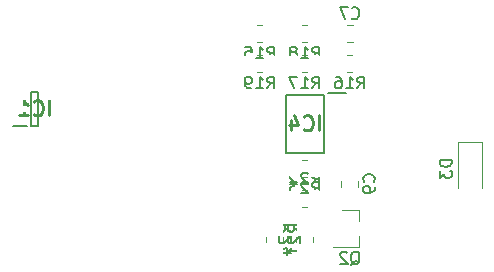
<source format=gbo>
G04 #@! TF.GenerationSoftware,KiCad,Pcbnew,(5.1.12)-1*
G04 #@! TF.CreationDate,2022-06-04T11:26:48+02:00*
G04 #@! TF.ProjectId,BSPD,42535044-2e6b-4696-9361-645f70636258,rev?*
G04 #@! TF.SameCoordinates,Original*
G04 #@! TF.FileFunction,Legend,Bot*
G04 #@! TF.FilePolarity,Positive*
%FSLAX46Y46*%
G04 Gerber Fmt 4.6, Leading zero omitted, Abs format (unit mm)*
G04 Created by KiCad (PCBNEW (5.1.12)-1) date 2022-06-04 11:26:48*
%MOMM*%
%LPD*%
G01*
G04 APERTURE LIST*
%ADD10C,0.120000*%
%ADD11C,0.200000*%
%ADD12C,0.150000*%
%ADD13C,0.254000*%
%ADD14R,1.200000X0.600000*%
%ADD15R,1.528000X0.650000*%
%ADD16R,1.700000X1.700000*%
%ADD17O,1.700000X1.700000*%
%ADD18C,2.100000*%
%ADD19C,3.400000*%
%ADD20R,0.900000X0.800000*%
%ADD21C,1.440000*%
%ADD22R,1.200000X0.900000*%
%ADD23C,4.400000*%
%ADD24C,0.700000*%
G04 APERTURE END LIST*
D10*
X129801252Y-79475000D02*
X129278748Y-79475000D01*
X129801252Y-78005000D02*
X129278748Y-78005000D01*
X128805000Y-91701252D02*
X128805000Y-91178748D01*
X130275000Y-91701252D02*
X130275000Y-91178748D01*
D11*
X101020000Y-86590000D02*
X102220000Y-86590000D01*
X102570000Y-83640000D02*
X102570000Y-86540000D01*
X103170000Y-83640000D02*
X102570000Y-83640000D01*
X103170000Y-86540000D02*
X103170000Y-83640000D01*
X102570000Y-86540000D02*
X103170000Y-86540000D01*
X127328000Y-83908000D02*
X124132000Y-83908000D01*
X124132000Y-83908000D02*
X124132000Y-88812000D01*
X124132000Y-88812000D02*
X127328000Y-88812000D01*
X127328000Y-88812000D02*
X127328000Y-83908000D01*
X129205000Y-83780000D02*
X127678000Y-83780000D01*
D10*
X130300000Y-93670000D02*
X130300000Y-94600000D01*
X130300000Y-96830000D02*
X130300000Y-95900000D01*
X130300000Y-96830000D02*
X128140000Y-96830000D01*
X130300000Y-93670000D02*
X128840000Y-93670000D01*
X121692936Y-79475000D02*
X122147064Y-79475000D01*
X121692936Y-78005000D02*
X122147064Y-78005000D01*
X129312936Y-82015000D02*
X129767064Y-82015000D01*
X129312936Y-80545000D02*
X129767064Y-80545000D01*
X125502936Y-80545000D02*
X125957064Y-80545000D01*
X125502936Y-82015000D02*
X125957064Y-82015000D01*
X125502936Y-79475000D02*
X125957064Y-79475000D01*
X125502936Y-78005000D02*
X125957064Y-78005000D01*
X121692936Y-82015000D02*
X122147064Y-82015000D01*
X121692936Y-80545000D02*
X122147064Y-80545000D01*
X122455000Y-96389564D02*
X122455000Y-95935436D01*
X123925000Y-96389564D02*
X123925000Y-95935436D01*
X125957064Y-93445000D02*
X125502936Y-93445000D01*
X125957064Y-91975000D02*
X125502936Y-91975000D01*
X125502936Y-90905000D02*
X125957064Y-90905000D01*
X125502936Y-89435000D02*
X125957064Y-89435000D01*
X126465000Y-95935436D02*
X126465000Y-96389564D01*
X124995000Y-95935436D02*
X124995000Y-96389564D01*
X138700000Y-87920000D02*
X138700000Y-91820000D01*
X140700000Y-87920000D02*
X140700000Y-91820000D01*
X138700000Y-87920000D02*
X140700000Y-87920000D01*
D12*
X129706666Y-77417142D02*
X129754285Y-77464761D01*
X129897142Y-77512380D01*
X129992380Y-77512380D01*
X130135238Y-77464761D01*
X130230476Y-77369523D01*
X130278095Y-77274285D01*
X130325714Y-77083809D01*
X130325714Y-76940952D01*
X130278095Y-76750476D01*
X130230476Y-76655238D01*
X130135238Y-76560000D01*
X129992380Y-76512380D01*
X129897142Y-76512380D01*
X129754285Y-76560000D01*
X129706666Y-76607619D01*
X129373333Y-76512380D02*
X128706666Y-76512380D01*
X129135238Y-77512380D01*
X131577142Y-91273333D02*
X131624761Y-91225714D01*
X131672380Y-91082857D01*
X131672380Y-90987619D01*
X131624761Y-90844761D01*
X131529523Y-90749523D01*
X131434285Y-90701904D01*
X131243809Y-90654285D01*
X131100952Y-90654285D01*
X130910476Y-90701904D01*
X130815238Y-90749523D01*
X130720000Y-90844761D01*
X130672380Y-90987619D01*
X130672380Y-91082857D01*
X130720000Y-91225714D01*
X130767619Y-91273333D01*
X131672380Y-91749523D02*
X131672380Y-91940000D01*
X131624761Y-92035238D01*
X131577142Y-92082857D01*
X131434285Y-92178095D01*
X131243809Y-92225714D01*
X130862857Y-92225714D01*
X130767619Y-92178095D01*
X130720000Y-92130476D01*
X130672380Y-92035238D01*
X130672380Y-91844761D01*
X130720000Y-91749523D01*
X130767619Y-91701904D01*
X130862857Y-91654285D01*
X131100952Y-91654285D01*
X131196190Y-91701904D01*
X131243809Y-91749523D01*
X131291428Y-91844761D01*
X131291428Y-92035238D01*
X131243809Y-92130476D01*
X131196190Y-92178095D01*
X131100952Y-92225714D01*
D13*
X104109761Y-85664523D02*
X104109761Y-84394523D01*
X102779285Y-85543571D02*
X102839761Y-85604047D01*
X103021190Y-85664523D01*
X103142142Y-85664523D01*
X103323571Y-85604047D01*
X103444523Y-85483095D01*
X103505000Y-85362142D01*
X103565476Y-85120238D01*
X103565476Y-84938809D01*
X103505000Y-84696904D01*
X103444523Y-84575952D01*
X103323571Y-84455000D01*
X103142142Y-84394523D01*
X103021190Y-84394523D01*
X102839761Y-84455000D01*
X102779285Y-84515476D01*
X101569761Y-85664523D02*
X102295476Y-85664523D01*
X101932619Y-85664523D02*
X101932619Y-84394523D01*
X102053571Y-84575952D01*
X102174523Y-84696904D01*
X102295476Y-84757380D01*
X126969761Y-86934523D02*
X126969761Y-85664523D01*
X125639285Y-86813571D02*
X125699761Y-86874047D01*
X125881190Y-86934523D01*
X126002142Y-86934523D01*
X126183571Y-86874047D01*
X126304523Y-86753095D01*
X126365000Y-86632142D01*
X126425476Y-86390238D01*
X126425476Y-86208809D01*
X126365000Y-85966904D01*
X126304523Y-85845952D01*
X126183571Y-85725000D01*
X126002142Y-85664523D01*
X125881190Y-85664523D01*
X125699761Y-85725000D01*
X125639285Y-85785476D01*
X124550714Y-86087857D02*
X124550714Y-86934523D01*
X124853095Y-85604047D02*
X125155476Y-86511190D01*
X124369285Y-86511190D01*
D12*
X129635238Y-98297619D02*
X129730476Y-98250000D01*
X129825714Y-98154761D01*
X129968571Y-98011904D01*
X130063809Y-97964285D01*
X130159047Y-97964285D01*
X130111428Y-98202380D02*
X130206666Y-98154761D01*
X130301904Y-98059523D01*
X130349523Y-97869047D01*
X130349523Y-97535714D01*
X130301904Y-97345238D01*
X130206666Y-97250000D01*
X130111428Y-97202380D01*
X129920952Y-97202380D01*
X129825714Y-97250000D01*
X129730476Y-97345238D01*
X129682857Y-97535714D01*
X129682857Y-97869047D01*
X129730476Y-98059523D01*
X129825714Y-98154761D01*
X129920952Y-98202380D01*
X130111428Y-98202380D01*
X129301904Y-97297619D02*
X129254285Y-97250000D01*
X129159047Y-97202380D01*
X128920952Y-97202380D01*
X128825714Y-97250000D01*
X128778095Y-97297619D01*
X128730476Y-97392857D01*
X128730476Y-97488095D01*
X128778095Y-97630952D01*
X129349523Y-98202380D01*
X128730476Y-98202380D01*
X122562857Y-80842380D02*
X122896190Y-80366190D01*
X123134285Y-80842380D02*
X123134285Y-79842380D01*
X122753333Y-79842380D01*
X122658095Y-79890000D01*
X122610476Y-79937619D01*
X122562857Y-80032857D01*
X122562857Y-80175714D01*
X122610476Y-80270952D01*
X122658095Y-80318571D01*
X122753333Y-80366190D01*
X123134285Y-80366190D01*
X121610476Y-80842380D02*
X122181904Y-80842380D01*
X121896190Y-80842380D02*
X121896190Y-79842380D01*
X121991428Y-79985238D01*
X122086666Y-80080476D01*
X122181904Y-80128095D01*
X120705714Y-79842380D02*
X121181904Y-79842380D01*
X121229523Y-80318571D01*
X121181904Y-80270952D01*
X121086666Y-80223333D01*
X120848571Y-80223333D01*
X120753333Y-80270952D01*
X120705714Y-80318571D01*
X120658095Y-80413809D01*
X120658095Y-80651904D01*
X120705714Y-80747142D01*
X120753333Y-80794761D01*
X120848571Y-80842380D01*
X121086666Y-80842380D01*
X121181904Y-80794761D01*
X121229523Y-80747142D01*
X130182857Y-83382380D02*
X130516190Y-82906190D01*
X130754285Y-83382380D02*
X130754285Y-82382380D01*
X130373333Y-82382380D01*
X130278095Y-82430000D01*
X130230476Y-82477619D01*
X130182857Y-82572857D01*
X130182857Y-82715714D01*
X130230476Y-82810952D01*
X130278095Y-82858571D01*
X130373333Y-82906190D01*
X130754285Y-82906190D01*
X129230476Y-83382380D02*
X129801904Y-83382380D01*
X129516190Y-83382380D02*
X129516190Y-82382380D01*
X129611428Y-82525238D01*
X129706666Y-82620476D01*
X129801904Y-82668095D01*
X128373333Y-82382380D02*
X128563809Y-82382380D01*
X128659047Y-82430000D01*
X128706666Y-82477619D01*
X128801904Y-82620476D01*
X128849523Y-82810952D01*
X128849523Y-83191904D01*
X128801904Y-83287142D01*
X128754285Y-83334761D01*
X128659047Y-83382380D01*
X128468571Y-83382380D01*
X128373333Y-83334761D01*
X128325714Y-83287142D01*
X128278095Y-83191904D01*
X128278095Y-82953809D01*
X128325714Y-82858571D01*
X128373333Y-82810952D01*
X128468571Y-82763333D01*
X128659047Y-82763333D01*
X128754285Y-82810952D01*
X128801904Y-82858571D01*
X128849523Y-82953809D01*
X126372857Y-83382380D02*
X126706190Y-82906190D01*
X126944285Y-83382380D02*
X126944285Y-82382380D01*
X126563333Y-82382380D01*
X126468095Y-82430000D01*
X126420476Y-82477619D01*
X126372857Y-82572857D01*
X126372857Y-82715714D01*
X126420476Y-82810952D01*
X126468095Y-82858571D01*
X126563333Y-82906190D01*
X126944285Y-82906190D01*
X125420476Y-83382380D02*
X125991904Y-83382380D01*
X125706190Y-83382380D02*
X125706190Y-82382380D01*
X125801428Y-82525238D01*
X125896666Y-82620476D01*
X125991904Y-82668095D01*
X125087142Y-82382380D02*
X124420476Y-82382380D01*
X124849047Y-83382380D01*
X126372857Y-80842380D02*
X126706190Y-80366190D01*
X126944285Y-80842380D02*
X126944285Y-79842380D01*
X126563333Y-79842380D01*
X126468095Y-79890000D01*
X126420476Y-79937619D01*
X126372857Y-80032857D01*
X126372857Y-80175714D01*
X126420476Y-80270952D01*
X126468095Y-80318571D01*
X126563333Y-80366190D01*
X126944285Y-80366190D01*
X125420476Y-80842380D02*
X125991904Y-80842380D01*
X125706190Y-80842380D02*
X125706190Y-79842380D01*
X125801428Y-79985238D01*
X125896666Y-80080476D01*
X125991904Y-80128095D01*
X124849047Y-80270952D02*
X124944285Y-80223333D01*
X124991904Y-80175714D01*
X125039523Y-80080476D01*
X125039523Y-80032857D01*
X124991904Y-79937619D01*
X124944285Y-79890000D01*
X124849047Y-79842380D01*
X124658571Y-79842380D01*
X124563333Y-79890000D01*
X124515714Y-79937619D01*
X124468095Y-80032857D01*
X124468095Y-80080476D01*
X124515714Y-80175714D01*
X124563333Y-80223333D01*
X124658571Y-80270952D01*
X124849047Y-80270952D01*
X124944285Y-80318571D01*
X124991904Y-80366190D01*
X125039523Y-80461428D01*
X125039523Y-80651904D01*
X124991904Y-80747142D01*
X124944285Y-80794761D01*
X124849047Y-80842380D01*
X124658571Y-80842380D01*
X124563333Y-80794761D01*
X124515714Y-80747142D01*
X124468095Y-80651904D01*
X124468095Y-80461428D01*
X124515714Y-80366190D01*
X124563333Y-80318571D01*
X124658571Y-80270952D01*
X122562857Y-83382380D02*
X122896190Y-82906190D01*
X123134285Y-83382380D02*
X123134285Y-82382380D01*
X122753333Y-82382380D01*
X122658095Y-82430000D01*
X122610476Y-82477619D01*
X122562857Y-82572857D01*
X122562857Y-82715714D01*
X122610476Y-82810952D01*
X122658095Y-82858571D01*
X122753333Y-82906190D01*
X123134285Y-82906190D01*
X121610476Y-83382380D02*
X122181904Y-83382380D01*
X121896190Y-83382380D02*
X121896190Y-82382380D01*
X121991428Y-82525238D01*
X122086666Y-82620476D01*
X122181904Y-82668095D01*
X121134285Y-83382380D02*
X120943809Y-83382380D01*
X120848571Y-83334761D01*
X120800952Y-83287142D01*
X120705714Y-83144285D01*
X120658095Y-82953809D01*
X120658095Y-82572857D01*
X120705714Y-82477619D01*
X120753333Y-82430000D01*
X120848571Y-82382380D01*
X121039047Y-82382380D01*
X121134285Y-82430000D01*
X121181904Y-82477619D01*
X121229523Y-82572857D01*
X121229523Y-82810952D01*
X121181904Y-82906190D01*
X121134285Y-82953809D01*
X121039047Y-83001428D01*
X120848571Y-83001428D01*
X120753333Y-82953809D01*
X120705714Y-82906190D01*
X120658095Y-82810952D01*
X125292380Y-95519642D02*
X124816190Y-95186309D01*
X125292380Y-94948214D02*
X124292380Y-94948214D01*
X124292380Y-95329166D01*
X124340000Y-95424404D01*
X124387619Y-95472023D01*
X124482857Y-95519642D01*
X124625714Y-95519642D01*
X124720952Y-95472023D01*
X124768571Y-95424404D01*
X124816190Y-95329166D01*
X124816190Y-94948214D01*
X124387619Y-95900595D02*
X124340000Y-95948214D01*
X124292380Y-96043452D01*
X124292380Y-96281547D01*
X124340000Y-96376785D01*
X124387619Y-96424404D01*
X124482857Y-96472023D01*
X124578095Y-96472023D01*
X124720952Y-96424404D01*
X125292380Y-95852976D01*
X125292380Y-96472023D01*
X125292380Y-97424404D02*
X125292380Y-96852976D01*
X125292380Y-97138690D02*
X124292380Y-97138690D01*
X124435238Y-97043452D01*
X124530476Y-96948214D01*
X124578095Y-96852976D01*
X126372857Y-91512380D02*
X126706190Y-91036190D01*
X126944285Y-91512380D02*
X126944285Y-90512380D01*
X126563333Y-90512380D01*
X126468095Y-90560000D01*
X126420476Y-90607619D01*
X126372857Y-90702857D01*
X126372857Y-90845714D01*
X126420476Y-90940952D01*
X126468095Y-90988571D01*
X126563333Y-91036190D01*
X126944285Y-91036190D01*
X125991904Y-90607619D02*
X125944285Y-90560000D01*
X125849047Y-90512380D01*
X125610952Y-90512380D01*
X125515714Y-90560000D01*
X125468095Y-90607619D01*
X125420476Y-90702857D01*
X125420476Y-90798095D01*
X125468095Y-90940952D01*
X126039523Y-91512380D01*
X125420476Y-91512380D01*
X125039523Y-90607619D02*
X124991904Y-90560000D01*
X124896666Y-90512380D01*
X124658571Y-90512380D01*
X124563333Y-90560000D01*
X124515714Y-90607619D01*
X124468095Y-90702857D01*
X124468095Y-90798095D01*
X124515714Y-90940952D01*
X125087142Y-91512380D01*
X124468095Y-91512380D01*
X126372857Y-92272380D02*
X126706190Y-91796190D01*
X126944285Y-92272380D02*
X126944285Y-91272380D01*
X126563333Y-91272380D01*
X126468095Y-91320000D01*
X126420476Y-91367619D01*
X126372857Y-91462857D01*
X126372857Y-91605714D01*
X126420476Y-91700952D01*
X126468095Y-91748571D01*
X126563333Y-91796190D01*
X126944285Y-91796190D01*
X125991904Y-91367619D02*
X125944285Y-91320000D01*
X125849047Y-91272380D01*
X125610952Y-91272380D01*
X125515714Y-91320000D01*
X125468095Y-91367619D01*
X125420476Y-91462857D01*
X125420476Y-91558095D01*
X125468095Y-91700952D01*
X126039523Y-92272380D01*
X125420476Y-92272380D01*
X125087142Y-91272380D02*
X124468095Y-91272380D01*
X124801428Y-91653333D01*
X124658571Y-91653333D01*
X124563333Y-91700952D01*
X124515714Y-91748571D01*
X124468095Y-91843809D01*
X124468095Y-92081904D01*
X124515714Y-92177142D01*
X124563333Y-92224761D01*
X124658571Y-92272380D01*
X124944285Y-92272380D01*
X125039523Y-92224761D01*
X125087142Y-92177142D01*
X124532380Y-95519642D02*
X124056190Y-95186309D01*
X124532380Y-94948214D02*
X123532380Y-94948214D01*
X123532380Y-95329166D01*
X123580000Y-95424404D01*
X123627619Y-95472023D01*
X123722857Y-95519642D01*
X123865714Y-95519642D01*
X123960952Y-95472023D01*
X124008571Y-95424404D01*
X124056190Y-95329166D01*
X124056190Y-94948214D01*
X123627619Y-95900595D02*
X123580000Y-95948214D01*
X123532380Y-96043452D01*
X123532380Y-96281547D01*
X123580000Y-96376785D01*
X123627619Y-96424404D01*
X123722857Y-96472023D01*
X123818095Y-96472023D01*
X123960952Y-96424404D01*
X124532380Y-95852976D01*
X124532380Y-96472023D01*
X123865714Y-97329166D02*
X124532380Y-97329166D01*
X123484761Y-97091071D02*
X124199047Y-96852976D01*
X124199047Y-97472023D01*
X138152380Y-89431904D02*
X137152380Y-89431904D01*
X137152380Y-89670000D01*
X137200000Y-89812857D01*
X137295238Y-89908095D01*
X137390476Y-89955714D01*
X137580952Y-90003333D01*
X137723809Y-90003333D01*
X137914285Y-89955714D01*
X138009523Y-89908095D01*
X138104761Y-89812857D01*
X138152380Y-89670000D01*
X138152380Y-89431904D01*
X137152380Y-90336666D02*
X137152380Y-90955714D01*
X137533333Y-90622380D01*
X137533333Y-90765238D01*
X137580952Y-90860476D01*
X137628571Y-90908095D01*
X137723809Y-90955714D01*
X137961904Y-90955714D01*
X138057142Y-90908095D01*
X138104761Y-90860476D01*
X138152380Y-90765238D01*
X138152380Y-90479523D01*
X138104761Y-90384285D01*
X138057142Y-90336666D01*
%LPC*%
G36*
G01*
X130990000Y-78265000D02*
X130990000Y-79215000D01*
G75*
G02*
X130740000Y-79465000I-250000J0D01*
G01*
X130240000Y-79465000D01*
G75*
G02*
X129990000Y-79215000I0J250000D01*
G01*
X129990000Y-78265000D01*
G75*
G02*
X130240000Y-78015000I250000J0D01*
G01*
X130740000Y-78015000D01*
G75*
G02*
X130990000Y-78265000I0J-250000D01*
G01*
G37*
G36*
G01*
X129090000Y-78265000D02*
X129090000Y-79215000D01*
G75*
G02*
X128840000Y-79465000I-250000J0D01*
G01*
X128340000Y-79465000D01*
G75*
G02*
X128090000Y-79215000I0J250000D01*
G01*
X128090000Y-78265000D01*
G75*
G02*
X128340000Y-78015000I250000J0D01*
G01*
X128840000Y-78015000D01*
G75*
G02*
X129090000Y-78265000I0J-250000D01*
G01*
G37*
G36*
G01*
X130015000Y-92890000D02*
X129065000Y-92890000D01*
G75*
G02*
X128815000Y-92640000I0J250000D01*
G01*
X128815000Y-92140000D01*
G75*
G02*
X129065000Y-91890000I250000J0D01*
G01*
X130015000Y-91890000D01*
G75*
G02*
X130265000Y-92140000I0J-250000D01*
G01*
X130265000Y-92640000D01*
G75*
G02*
X130015000Y-92890000I-250000J0D01*
G01*
G37*
G36*
G01*
X130015000Y-90990000D02*
X129065000Y-90990000D01*
G75*
G02*
X128815000Y-90740000I0J250000D01*
G01*
X128815000Y-90240000D01*
G75*
G02*
X129065000Y-89990000I250000J0D01*
G01*
X130015000Y-89990000D01*
G75*
G02*
X130265000Y-90240000I0J-250000D01*
G01*
X130265000Y-90740000D01*
G75*
G02*
X130015000Y-90990000I-250000J0D01*
G01*
G37*
D14*
X101620000Y-86040000D03*
X101620000Y-85090000D03*
X101620000Y-84140000D03*
X104120000Y-84140000D03*
X104120000Y-86040000D03*
D15*
X123019000Y-84455000D03*
X123019000Y-85725000D03*
X123019000Y-86995000D03*
X123019000Y-88265000D03*
X128441000Y-88265000D03*
X128441000Y-86995000D03*
X128441000Y-85725000D03*
X128441000Y-84455000D03*
D16*
X119080000Y-96520000D03*
D17*
X116540000Y-96520000D03*
X119080000Y-93980000D03*
X116540000Y-93980000D03*
X119080000Y-91440000D03*
X116540000Y-91440000D03*
D18*
X144200000Y-87250000D03*
D19*
X139700000Y-84550000D03*
X134300000Y-89900000D03*
X139700000Y-95250000D03*
D18*
X144200000Y-93250000D03*
D20*
X130540000Y-95250000D03*
X128540000Y-94300000D03*
X128540000Y-96200000D03*
G36*
G01*
X122320000Y-79190001D02*
X122320000Y-78289999D01*
G75*
G02*
X122569999Y-78040000I249999J0D01*
G01*
X123095001Y-78040000D01*
G75*
G02*
X123345000Y-78289999I0J-249999D01*
G01*
X123345000Y-79190001D01*
G75*
G02*
X123095001Y-79440000I-249999J0D01*
G01*
X122569999Y-79440000D01*
G75*
G02*
X122320000Y-79190001I0J249999D01*
G01*
G37*
G36*
G01*
X120495000Y-79190001D02*
X120495000Y-78289999D01*
G75*
G02*
X120744999Y-78040000I249999J0D01*
G01*
X121270001Y-78040000D01*
G75*
G02*
X121520000Y-78289999I0J-249999D01*
G01*
X121520000Y-79190001D01*
G75*
G02*
X121270001Y-79440000I-249999J0D01*
G01*
X120744999Y-79440000D01*
G75*
G02*
X120495000Y-79190001I0J249999D01*
G01*
G37*
G36*
G01*
X129940000Y-81730001D02*
X129940000Y-80829999D01*
G75*
G02*
X130189999Y-80580000I249999J0D01*
G01*
X130715001Y-80580000D01*
G75*
G02*
X130965000Y-80829999I0J-249999D01*
G01*
X130965000Y-81730001D01*
G75*
G02*
X130715001Y-81980000I-249999J0D01*
G01*
X130189999Y-81980000D01*
G75*
G02*
X129940000Y-81730001I0J249999D01*
G01*
G37*
G36*
G01*
X128115000Y-81730001D02*
X128115000Y-80829999D01*
G75*
G02*
X128364999Y-80580000I249999J0D01*
G01*
X128890001Y-80580000D01*
G75*
G02*
X129140000Y-80829999I0J-249999D01*
G01*
X129140000Y-81730001D01*
G75*
G02*
X128890001Y-81980000I-249999J0D01*
G01*
X128364999Y-81980000D01*
G75*
G02*
X128115000Y-81730001I0J249999D01*
G01*
G37*
G36*
G01*
X124305000Y-81730001D02*
X124305000Y-80829999D01*
G75*
G02*
X124554999Y-80580000I249999J0D01*
G01*
X125080001Y-80580000D01*
G75*
G02*
X125330000Y-80829999I0J-249999D01*
G01*
X125330000Y-81730001D01*
G75*
G02*
X125080001Y-81980000I-249999J0D01*
G01*
X124554999Y-81980000D01*
G75*
G02*
X124305000Y-81730001I0J249999D01*
G01*
G37*
G36*
G01*
X126130000Y-81730001D02*
X126130000Y-80829999D01*
G75*
G02*
X126379999Y-80580000I249999J0D01*
G01*
X126905001Y-80580000D01*
G75*
G02*
X127155000Y-80829999I0J-249999D01*
G01*
X127155000Y-81730001D01*
G75*
G02*
X126905001Y-81980000I-249999J0D01*
G01*
X126379999Y-81980000D01*
G75*
G02*
X126130000Y-81730001I0J249999D01*
G01*
G37*
G36*
G01*
X126130000Y-79190001D02*
X126130000Y-78289999D01*
G75*
G02*
X126379999Y-78040000I249999J0D01*
G01*
X126905001Y-78040000D01*
G75*
G02*
X127155000Y-78289999I0J-249999D01*
G01*
X127155000Y-79190001D01*
G75*
G02*
X126905001Y-79440000I-249999J0D01*
G01*
X126379999Y-79440000D01*
G75*
G02*
X126130000Y-79190001I0J249999D01*
G01*
G37*
G36*
G01*
X124305000Y-79190001D02*
X124305000Y-78289999D01*
G75*
G02*
X124554999Y-78040000I249999J0D01*
G01*
X125080001Y-78040000D01*
G75*
G02*
X125330000Y-78289999I0J-249999D01*
G01*
X125330000Y-79190001D01*
G75*
G02*
X125080001Y-79440000I-249999J0D01*
G01*
X124554999Y-79440000D01*
G75*
G02*
X124305000Y-79190001I0J249999D01*
G01*
G37*
G36*
G01*
X122320000Y-81730001D02*
X122320000Y-80829999D01*
G75*
G02*
X122569999Y-80580000I249999J0D01*
G01*
X123095001Y-80580000D01*
G75*
G02*
X123345000Y-80829999I0J-249999D01*
G01*
X123345000Y-81730001D01*
G75*
G02*
X123095001Y-81980000I-249999J0D01*
G01*
X122569999Y-81980000D01*
G75*
G02*
X122320000Y-81730001I0J249999D01*
G01*
G37*
G36*
G01*
X120495000Y-81730001D02*
X120495000Y-80829999D01*
G75*
G02*
X120744999Y-80580000I249999J0D01*
G01*
X121270001Y-80580000D01*
G75*
G02*
X121520000Y-80829999I0J-249999D01*
G01*
X121520000Y-81730001D01*
G75*
G02*
X121270001Y-81980000I-249999J0D01*
G01*
X120744999Y-81980000D01*
G75*
G02*
X120495000Y-81730001I0J249999D01*
G01*
G37*
G36*
G01*
X123640001Y-97587500D02*
X122739999Y-97587500D01*
G75*
G02*
X122490000Y-97337501I0J249999D01*
G01*
X122490000Y-96812499D01*
G75*
G02*
X122739999Y-96562500I249999J0D01*
G01*
X123640001Y-96562500D01*
G75*
G02*
X123890000Y-96812499I0J-249999D01*
G01*
X123890000Y-97337501D01*
G75*
G02*
X123640001Y-97587500I-249999J0D01*
G01*
G37*
G36*
G01*
X123640001Y-95762500D02*
X122739999Y-95762500D01*
G75*
G02*
X122490000Y-95512501I0J249999D01*
G01*
X122490000Y-94987499D01*
G75*
G02*
X122739999Y-94737500I249999J0D01*
G01*
X123640001Y-94737500D01*
G75*
G02*
X123890000Y-94987499I0J-249999D01*
G01*
X123890000Y-95512501D01*
G75*
G02*
X123640001Y-95762500I-249999J0D01*
G01*
G37*
G36*
G01*
X127155000Y-92259999D02*
X127155000Y-93160001D01*
G75*
G02*
X126905001Y-93410000I-249999J0D01*
G01*
X126379999Y-93410000D01*
G75*
G02*
X126130000Y-93160001I0J249999D01*
G01*
X126130000Y-92259999D01*
G75*
G02*
X126379999Y-92010000I249999J0D01*
G01*
X126905001Y-92010000D01*
G75*
G02*
X127155000Y-92259999I0J-249999D01*
G01*
G37*
G36*
G01*
X125330000Y-92259999D02*
X125330000Y-93160001D01*
G75*
G02*
X125080001Y-93410000I-249999J0D01*
G01*
X124554999Y-93410000D01*
G75*
G02*
X124305000Y-93160001I0J249999D01*
G01*
X124305000Y-92259999D01*
G75*
G02*
X124554999Y-92010000I249999J0D01*
G01*
X125080001Y-92010000D01*
G75*
G02*
X125330000Y-92259999I0J-249999D01*
G01*
G37*
G36*
G01*
X126130000Y-90620001D02*
X126130000Y-89719999D01*
G75*
G02*
X126379999Y-89470000I249999J0D01*
G01*
X126905001Y-89470000D01*
G75*
G02*
X127155000Y-89719999I0J-249999D01*
G01*
X127155000Y-90620001D01*
G75*
G02*
X126905001Y-90870000I-249999J0D01*
G01*
X126379999Y-90870000D01*
G75*
G02*
X126130000Y-90620001I0J249999D01*
G01*
G37*
G36*
G01*
X124305000Y-90620001D02*
X124305000Y-89719999D01*
G75*
G02*
X124554999Y-89470000I249999J0D01*
G01*
X125080001Y-89470000D01*
G75*
G02*
X125330000Y-89719999I0J-249999D01*
G01*
X125330000Y-90620001D01*
G75*
G02*
X125080001Y-90870000I-249999J0D01*
G01*
X124554999Y-90870000D01*
G75*
G02*
X124305000Y-90620001I0J249999D01*
G01*
G37*
G36*
G01*
X125279999Y-94737500D02*
X126180001Y-94737500D01*
G75*
G02*
X126430000Y-94987499I0J-249999D01*
G01*
X126430000Y-95512501D01*
G75*
G02*
X126180001Y-95762500I-249999J0D01*
G01*
X125279999Y-95762500D01*
G75*
G02*
X125030000Y-95512501I0J249999D01*
G01*
X125030000Y-94987499D01*
G75*
G02*
X125279999Y-94737500I249999J0D01*
G01*
G37*
G36*
G01*
X125279999Y-96562500D02*
X126180001Y-96562500D01*
G75*
G02*
X126430000Y-96812499I0J-249999D01*
G01*
X126430000Y-97337501D01*
G75*
G02*
X126180001Y-97587500I-249999J0D01*
G01*
X125279999Y-97587500D01*
G75*
G02*
X125030000Y-97337501I0J249999D01*
G01*
X125030000Y-96812499D01*
G75*
G02*
X125279999Y-96562500I249999J0D01*
G01*
G37*
D21*
X99205001Y-96530001D03*
X99205001Y-93990001D03*
X99205001Y-91450001D03*
X105575001Y-91450001D03*
X105575001Y-93990001D03*
X105575001Y-96530001D03*
D22*
X139700000Y-88520000D03*
X139700000Y-91820000D03*
D23*
X111760000Y-76200000D03*
D24*
X113410000Y-76200000D03*
X112926726Y-77366726D03*
X111760000Y-77850000D03*
X110593274Y-77366726D03*
X110110000Y-76200000D03*
X110593274Y-75033274D03*
X111760000Y-74550000D03*
X112926726Y-75033274D03*
X144676726Y-75033274D03*
X143510000Y-74550000D03*
X142343274Y-75033274D03*
X141860000Y-76200000D03*
X142343274Y-77366726D03*
X143510000Y-77850000D03*
X144676726Y-77366726D03*
X145160000Y-76200000D03*
D23*
X143510000Y-76200000D03*
X143510000Y-101600000D03*
D24*
X145160000Y-101600000D03*
X144676726Y-102766726D03*
X143510000Y-103250000D03*
X142343274Y-102766726D03*
X141860000Y-101600000D03*
X142343274Y-100433274D03*
X143510000Y-99950000D03*
X144676726Y-100433274D03*
X112926726Y-100433274D03*
X111760000Y-99950000D03*
X110593274Y-100433274D03*
X110110000Y-101600000D03*
X110593274Y-102766726D03*
X111760000Y-103250000D03*
X112926726Y-102766726D03*
X113410000Y-101600000D03*
D23*
X111760000Y-101600000D03*
M02*

</source>
